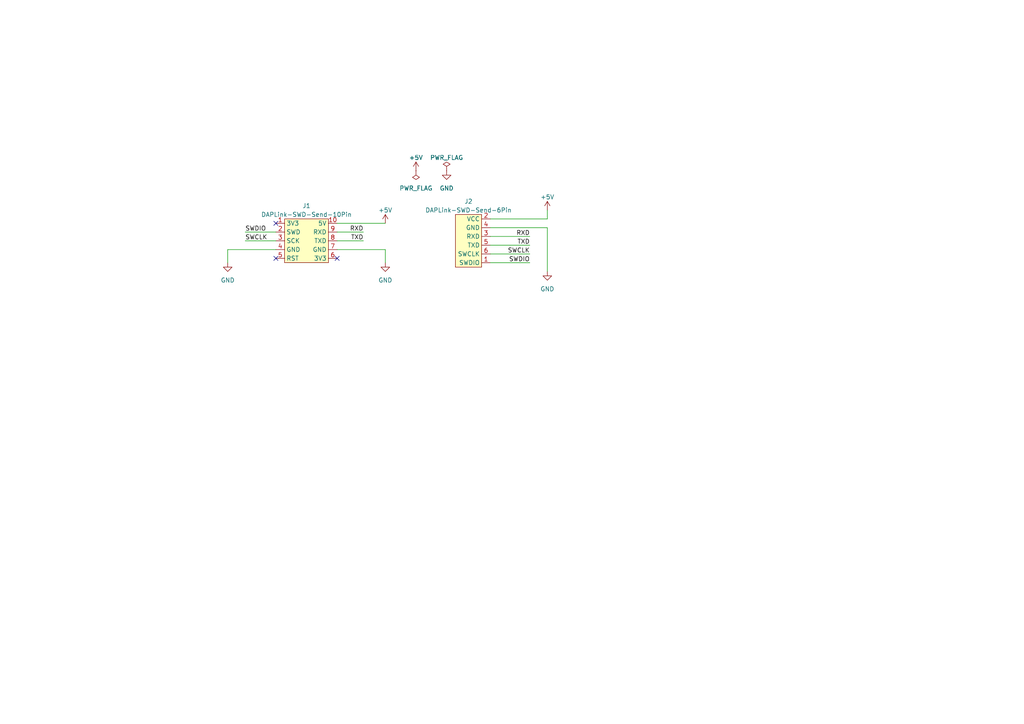
<source format=kicad_sch>
(kicad_sch (version 20230121) (generator eeschema)
  (paper "A4")
  (lib_symbols
    (symbol "$74th:DAPLink-SWD-Send-10Pin"
      (property "Reference" "J" (at 0 7.62 0))
      (property "Value" "DAPLink-SWD-Send-10Pin" (at 0 5.08 0))
      (symbol "DAPLink-SWD-Send-10Pin_0_1"
        (rectangle (start -6.35 3.81) (end 6.35 -8.89) (fill (type background)))
      )
      (symbol "DAPLink-SWD-Send-10Pin_1_1"
        (pin power_in line (at -8.89 2.54 0) (length 2.54) (name "3V3") (number "1"))
        (pin power_in line (at 8.89 2.54 180) (length 2.54) (name "5V") (number "10"))
        (pin bidirectional line (at -8.89 0 0) (length 2.54) (name "SWD") (number "2"))
        (pin output line (at -8.89 -2.54 0) (length 2.54) (name "SCK") (number "3"))
        (pin power_in line (at -8.89 -5.08 0) (length 2.54) (name "GND") (number "4"))
        (pin output line (at -8.89 -7.62 0) (length 2.54) (name "RST") (number "5"))
        (pin power_in line (at 8.89 -7.62 180) (length 2.54) (name "3V3") (number "6"))
        (pin power_in line (at 8.89 -5.08 180) (length 2.54) (name "GND") (number "7"))
        (pin output line (at 8.89 -2.54 180) (length 2.54) (name "TXD") (number "8"))
        (pin input line (at 8.89 0 180) (length 2.54) (name "RXD") (number "9"))
      )
    )
    (symbol "$74th:DAPLink-SWD-Send-6Pin"
      (property "Reference" "J" (at 0 5.08 0))
      (property "Value" "DAPLink-SWD-Send-6Pin" (at 0 7.62 0))
      (symbol "DAPLink-SWD-Send-6Pin_0_1"
        (rectangle (start -3.81 3.81) (end 3.81 -11.43) (stroke (width 0.1524)) (fill (type background)))
      )
      (symbol "DAPLink-SWD-Send-6Pin_1_1"
        (pin input line (at 6.35 -10.16 180) (length 2.54) (name "SWDIO") (number "1"))
        (pin power_in line (at 6.35 2.54 180) (length 2.54) (name "VCC") (number "2"))
        (pin output line (at 6.35 -2.54 180) (length 2.54) (name "RXD") (number "3"))
        (pin power_in line (at 6.35 0 180) (length 2.54) (name "GND") (number "4"))
        (pin input line (at 6.35 -5.08 180) (length 2.54) (name "TXD") (number "5"))
        (pin input line (at 6.35 -7.62 180) (length 2.54) (name "SWCLK") (number "6"))
      )
    )
    (symbol "power:+5V" (power) (pin_names (offset 0))
      (property "Value" "+5V" (at 0 3.556 0))
      (symbol "+5V_0_1"
        (polyline (pts (xy -0.762 1.27) (xy 0 2.54)))
        (polyline (pts (xy 0 0) (xy 0 2.54)))
        (polyline (pts (xy 0 2.54) (xy 0.762 1.27)))
      )
      (symbol "+5V_1_1"
        (pin power_in line (at 0 0 90) (length 0) hide (name "+5V") (number "1"))
      )
    )
    (symbol "power:GND" (power) (pin_names (offset 0))
      (property "Value" "GND" (at 0 -3.81 0))
      (symbol "GND_0_1"
        (polyline (pts (xy 0 0) (xy 0 -1.27) (xy 1.27 -1.27) (xy 0 -2.54) (xy -1.27 -1.27) (xy 0 -1.27)))
      )
      (symbol "GND_1_1"
        (pin power_in line (at 0 0 270) (length 0) hide (name "GND") (number "1"))
      )
    )
    (symbol "power:PWR_FLAG" (power) (pin_numbers hide) (pin_names (offset 0) hide)
      (property "Value" "PWR_FLAG" (at 0 3.81 0))
      (symbol "PWR_FLAG_0_0"
        (pin power_out line (at 0 0 90) (length 0) (name "pwr") (number "1"))
      )
      (symbol "PWR_FLAG_0_1"
        (polyline (pts (xy 0 0) (xy 0 1.27) (xy -1.016 1.905) (xy 0 2.54) (xy 1.016 1.905) (xy 0 1.27)))
      )
    )
  )
  (no_connect (at 80.01 74.93))
  (no_connect (at 97.79 74.93))
  (no_connect (at 80.01 64.77))
  (wire (pts (xy 142.24 68.58) (xy 153.67 68.58)))
  (wire (pts (xy 142.24 66.04) (xy 158.75 66.04)))
  (wire (pts (xy 97.79 67.31) (xy 105.41 67.31)))
  (wire (pts (xy 97.79 64.77) (xy 111.76 64.77)))
  (wire (pts (xy 142.24 71.12) (xy 153.67 71.12)))
  (wire (pts (xy 158.75 60.96) (xy 158.75 63.5)))
  (wire (pts (xy 97.79 69.85) (xy 105.41 69.85)))
  (wire (pts (xy 71.12 69.85) (xy 80.01 69.85)))
  (wire (pts (xy 142.24 63.5) (xy 158.75 63.5)))
  (wire (pts (xy 66.04 72.39) (xy 66.04 76.2)))
  (wire (pts (xy 111.76 72.39) (xy 111.76 76.2)))
  (wire (pts (xy 71.12 67.31) (xy 80.01 67.31)))
  (wire (pts (xy 142.24 76.2) (xy 153.67 76.2)))
  (wire (pts (xy 97.79 72.39) (xy 111.76 72.39)))
  (wire (pts (xy 66.04 72.39) (xy 80.01 72.39)))
  (wire (pts (xy 158.75 66.04) (xy 158.75 78.74)))
  (wire (pts (xy 142.24 73.66) (xy 153.67 73.66)))
  (label "RXD" (at 105.41 67.31 180))
  (label "SWCLK" (at 153.67 73.66 180))
  (label "TXD" (at 153.67 71.12 180))
  (label "TXD" (at 105.41 69.85 180))
  (label "SWDIO" (at 71.12 67.31 0))
  (label "SWCLK" (at 71.12 69.85 0))
  (label "SWDIO" (at 153.67 76.2 180))
  (label "RXD" (at 153.67 68.58 180))
  (symbol (lib_id "$74th:DAPLink-SWD-Send-10Pin") (at 88.9 67.31 0) (unit 1)
    (property "Reference" "J1" (at 88.9 59.69 0))
    (property "Value" "DAPLink-SWD-Send-10Pin" (at 88.9 62.23 0))
    (property "Footprint" "$74th:DAPLinkPinAdapter" (effects hide))
  )
  (symbol (lib_id "power:GND") (at 66.04 76.2 0) (unit 1)
    (property "Reference" "#PWR03" (effects hide))
    (property "Value" "GND" (at 66.04 81.28 0))
  )
  (symbol (lib_id "power:PWR_FLAG") (at 120.65 49.53 180) (unit 1)
    (property "Reference" "#FLG02" (effects hide))
    (property "Value" "PWR_FLAG" (at 120.65 54.61 0))
  )
  (symbol (lib_id "power:GND") (at 158.75 78.74 0) (unit 1)
    (property "Reference" "#PWR05" (effects hide))
    (property "Value" "GND" (at 158.75 83.82 0))
  )
  (symbol (lib_id "power:+5V") (at 120.65 49.53 0) (unit 1)
    (property "Reference" "#PWR06" (effects hide))
    (property "Value" "+5V" (at 120.65 45.72 0))
  )
  (symbol (lib_id "power:GND") (at 111.76 76.2 0) (unit 1)
    (property "Reference" "#PWR02" (effects hide))
    (property "Value" "GND" (at 111.76 81.28 0))
  )
  (symbol (lib_id "power:+5V") (at 111.76 64.77 0) (unit 1)
    (property "Reference" "#PWR01" (effects hide))
    (property "Value" "+5V" (at 111.76 60.96 0))
  )
  (symbol (lib_id "power:+5V") (at 158.75 60.96 0) (unit 1)
    (property "Reference" "#PWR04" (effects hide))
    (property "Value" "+5V" (at 158.75 57.15 0))
  )
  (symbol (lib_id "power:PWR_FLAG") (at 129.54 49.53 0) (unit 1)
    (property "Reference" "#FLG01" (effects hide))
    (property "Value" "PWR_FLAG" (at 129.54 45.72 0))
  )
  (symbol (lib_id "power:GND") (at 129.54 49.53 0) (unit 1)
    (property "Reference" "#PWR07" (effects hide))
    (property "Value" "GND" (at 129.54 54.61 0))
  )
  (symbol (lib_id "$74th:DAPLink-SWD-Send-6Pin") (at 135.89 66.04 0) (unit 1)
    (property "Reference" "J2" (at 135.89 58.42 0))
    (property "Value" "DAPLink-SWD-Send-6Pin" (at 135.89 60.96 0))
    (property "Footprint" "$74th:BoxPinHeader_2x03_P1.27mm_Vertical" (effects hide))
  )
)
</source>
